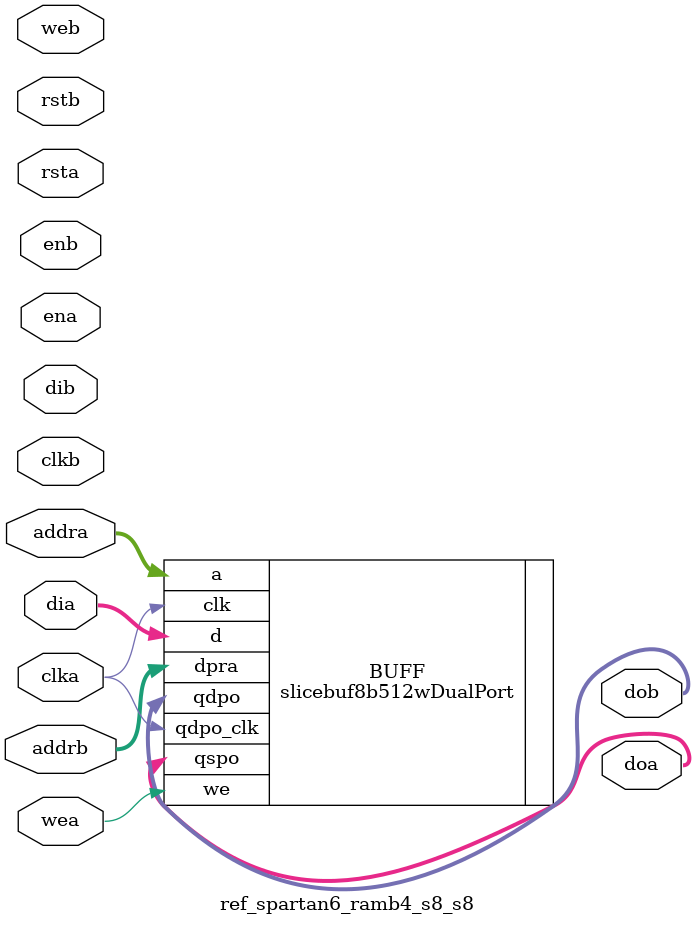
<source format=v>

`include "timescale.v"
// synopsys translate_on
`include "ref_can_defines.v"

module ref_can_fifo
( 
  clk,
  rst,

  wr,
  data_in,
  
  addr,
  data_out,
  fifo_selected,

  reset_mode,
  release_buffer,
  extended_mode,
  overrun,
  info_empty,
  info_cnt

`ifdef CAN_BIST
  ,
  mbist_si_i,
  mbist_so_o,
  mbist_ctrl_i
`endif
);

parameter Tp = 1;

input         clk;
input         rst;
input         wr;
input   [7:0] data_in;
input   [5:0] addr;
input         reset_mode;
input         release_buffer;
input         extended_mode;
input         fifo_selected;

output  [7:0] data_out;
output        overrun;
output        info_empty;
output  [6:0] info_cnt;

`ifdef CAN_BIST
input         mbist_si_i;
output        mbist_so_o;
input [`CAN_MBIST_CTRL_WIDTH - 1:0] mbist_ctrl_i;       // bist chain shift control
wire          mbist_s_0;
`endif

`ifdef ALTERA_RAM
`else
`ifdef ACTEL_APA_RAM
`else
`ifdef XILINX_RAM
`else
`ifdef ARTISAN_RAM
  reg           overrun_info[0:63];
`else
`ifdef VIRTUALSILICON_RAM
  reg           overrun_info[0:63];
`else
  reg     [7:0] fifo [0:63];
  reg     [3:0] length_fifo[0:63];
  reg           overrun_info[0:63];
`endif
`endif
`endif
`endif
`endif

reg     [5:0] rd_pointer;
reg     [5:0] wr_pointer;
reg     [5:0] read_address;
reg     [5:0] wr_info_pointer;
reg     [5:0] rd_info_pointer;
reg           wr_q;
reg     [3:0] len_cnt;
reg     [6:0] fifo_cnt;
reg     [6:0] info_cnt;
reg           latch_overrun;
reg           initialize_memories;

wire    [3:0] length_info;
wire          write_length_info;
wire          fifo_empty;
wire          fifo_full;
wire          info_full;

assign write_length_info = (~wr) & wr_q;

// Delayed write signal
always @ (posedge clk or posedge rst)
begin
  if (rst)
    wr_q <=#Tp 1'b0;
  else if (reset_mode)
    wr_q <=#Tp 1'b0;
  else
    wr_q <=#Tp wr;
end


// length counter
always @ (posedge clk or posedge rst)
begin
  if (rst)
    len_cnt <= 4'h0;
  else if (reset_mode | write_length_info)
    len_cnt <=#Tp 4'h0;
  else if (wr & (~fifo_full))
    len_cnt <=#Tp len_cnt + 1'b1;
end


// wr_info_pointer
always @ (posedge clk or posedge rst)
begin
  if (rst)
    wr_info_pointer <= 6'h0;
  else if (write_length_info & (~info_full) | initialize_memories)
    wr_info_pointer <=#Tp wr_info_pointer + 1'b1;
  else if (reset_mode)
    wr_info_pointer <=#Tp rd_info_pointer;
end



// rd_info_pointer
always @ (posedge clk or posedge rst)
begin
  if (rst)
    rd_info_pointer <= 6'h0;
  else if (release_buffer & (~info_full))
    rd_info_pointer <=#Tp rd_info_pointer + 1'b1;
end


// rd_pointer
always @ (posedge clk or posedge rst)
begin
  if (rst)
    rd_pointer <= 5'h0;
  else if (release_buffer & (~fifo_empty))
    rd_pointer <=#Tp rd_pointer + {2'h0, length_info};
end


// wr_pointer
always @ (posedge clk or posedge rst)
begin
  if (rst)
    wr_pointer <= 5'h0;
  else if (reset_mode)
    wr_pointer <=#Tp rd_pointer;
  else if (wr & (~fifo_full))
    wr_pointer <=#Tp wr_pointer + 1'b1;
end


// latch_overrun
always @ (posedge clk or posedge rst)
begin
  if (rst)
    latch_overrun <= 1'b0;
  else if (reset_mode | write_length_info)
    latch_overrun <=#Tp 1'b0;
  else if (wr & fifo_full)
    latch_overrun <=#Tp 1'b1;
end


// Counting data in fifo
always @ (posedge clk or posedge rst)
begin
  if (rst)
    fifo_cnt <= 7'h0;
  else if (reset_mode)
    fifo_cnt <=#Tp 7'h0;
  else if (wr & (~release_buffer) & (~fifo_full))
    fifo_cnt <=#Tp fifo_cnt + 1'b1;
  else if ((~wr) & release_buffer & (~fifo_empty))
    fifo_cnt <=#Tp fifo_cnt - {3'h0, length_info};
  else if (wr & release_buffer & (~fifo_full) & (~fifo_empty))
    fifo_cnt <=#Tp fifo_cnt - {3'h0, length_info} + 1'b1;
end

assign fifo_full = fifo_cnt == 7'd64;
assign fifo_empty = fifo_cnt == 7'd0;


// Counting data in length_fifo and overrun_info fifo
always @ (posedge clk or posedge rst)
begin
  if (rst)
    info_cnt <=#Tp 7'h0;
  else if (reset_mode)
    info_cnt <=#Tp 7'h0;
  else if (write_length_info ^ release_buffer)
    begin
      if (release_buffer & (~info_empty))
        info_cnt <=#Tp info_cnt - 1'b1;
      else if (write_length_info & (~info_full))
        info_cnt <=#Tp info_cnt + 1'b1;
    end
end
        
assign info_full = info_cnt == 7'd64;
assign info_empty = info_cnt == 7'd0;


// Selecting which address will be used for reading data from rx fifo
always @ (extended_mode or rd_pointer or addr)
begin
  if (extended_mode)      // extended mode
    read_address = rd_pointer + (addr - 6'd16);
  else                    // normal mode
    read_address = rd_pointer + (addr - 6'd20);
end


always @ (posedge clk or posedge rst)
begin
  if (rst)
    initialize_memories <= 1'b1;
  else if (&wr_info_pointer)
    initialize_memories <=#Tp 1'b0;
end


`ifdef ALTERA_RAM
//  altera_ram_64x8_sync fifo
  lpm_ram_dp fifo
  (
    .q         (data_out),
    .rdclock   (clk),
    .wrclock   (clk),
    .data      (data_in),
    .wren      (wr & (~fifo_full)),
    .rden      (fifo_selected),
    .wraddress (wr_pointer),
    .rdaddress (read_address)
  );
  defparam fifo.lpm_width = 8;
  defparam fifo.lpm_widthad = 6;
  defparam fifo.lpm_numwords = 64;


//  altera_ram_64x4_sync info_fifo
  lpm_ram_dp info_fifo
  (
    .q         (length_info),
    .rdclock   (clk),
    .wrclock   (clk),
    .data      (len_cnt & {4{~initialize_memories}}),
    .wren      (write_length_info & (~info_full) | initialize_memories),
    .wraddress (wr_info_pointer),
    .rdaddress (rd_info_pointer)
  );
  defparam info_fifo.lpm_width = 4;
  defparam info_fifo.lpm_widthad = 6;
  defparam info_fifo.lpm_numwords = 64;


//  altera_ram_64x1_sync overrun_fifo
  lpm_ram_dp overrun_fifo
  (
    .q         (overrun),
    .rdclock   (clk),
    .wrclock   (clk),
    .data      ((latch_overrun | (wr & fifo_full)) & (~initialize_memories)),
    .wren      (write_length_info & (~info_full) | initialize_memories),
    .wraddress (wr_info_pointer),
    .rdaddress (rd_info_pointer)
  );
  defparam overrun_fifo.lpm_width = 1;
  defparam overrun_fifo.lpm_widthad = 6;
  defparam overrun_fifo.lpm_numwords = 64;

`else
`ifdef ACTEL_APA_RAM
  actel_ram_64x8_sync fifo
  (
    .DO      (data_out),
    .RCLOCK  (clk),
    .WCLOCK  (clk),
    .DI      (data_in),
    .PO      (),                       // parity not used
    .WRB     (~(wr & (~fifo_full))),
    .RDB     (~fifo_selected),
    .WADDR   (wr_pointer),
    .RADDR   (read_address)
  );


  actel_ram_64x4_sync info_fifo
  (
    .DO      (length_info),
    .RCLOCK  (clk),
    .WCLOCK  (clk),
    .DI      (len_cnt & {4{~initialize_memories}}),
    .PO      (),                       // parity not used
    .WRB     (~(write_length_info & (~info_full) | initialize_memories)),
    .RDB     (1'b0),                   // always enabled
    .WADDR   (wr_info_pointer),
    .RADDR   (rd_info_pointer)
  );


  actel_ram_64x1_sync overrun_fifo
  (
    .DO      (overrun),
    .RCLOCK  (clk),
    .WCLOCK  (clk),
    .DI      ((latch_overrun | (wr & fifo_full)) & (~initialize_memories)),
    .PO      (),                       // parity not used
    .WRB     (~(write_length_info & (~info_full) | initialize_memories)),
    .RDB     (1'b0),                   // always enabled
    .WADDR   (wr_info_pointer),
    .RADDR   (rd_info_pointer)
  );
`else
`ifdef XILINX_RAM

ref_spartan6_ramb4_s8_s8
#(
	.wdth(8)
)
fifo
(
	.doa(),
	.dob(data_out),
	//
	.addra({3'h0, wr_pointer}),
	.addrb({3'h0, read_address}),
	.clka(clk),
	.clkb(clk),
	.dia(data_in),
	.dib(8'h0),
	.ena(1'b1),
	.enb(1'b1),
	.rsta(1'b0),
	.rstb(1'b0),
	.wea(wr & (~fifo_full)),
	.web(1'b0)	
);

//  RAMB4_S8_S8 fifo
//  (
//    .DOA(),
//    .DOB(data_out),
//    .ADDRA({3'h0, wr_pointer}),
//    .CLKA(clk),
//    .DIA(data_in),
//    .ENA(1'b1),
//    .RSTA(1'b0),
//    .WEA(wr & (~fifo_full)),
//    .ADDRB({3'h0, read_address}),
//    .CLKB(clk),
//    .DIB(8'h0),
//    .ENB(1'b1),
//    .RSTB(1'b0),
//    .WEB(1'b0)
//  );

ref_spartan6_ramb4_s8_s8
#(
	.wdth(4)
)
info_fifo
(
	.doa(),
	.dob(length_info),
	//
	.addra({4'h0, wr_info_pointer}),
	.addrb({4'h0, rd_info_pointer}),
	.clka(clk),
	.clkb(clk),
	.dia(len_cnt & {4{~initialize_memories}}),
	.dib(8'h0),
	.ena(1'b1),
	.enb(1'b1),
	.rsta(1'b0),
	.rstb(1'b0),
	.wea(write_length_info & (~info_full) | initialize_memories),
	.web(1'b0)	
);

//
//  RAMB4_S4_S4 info_fifo
//  (
//    .DOA(),
//    .DOB(length_info),
//    .ADDRA({4'h0, wr_info_pointer}),
//    .CLKA(clk),
//    .DIA(len_cnt & {4{~initialize_memories}}),
//    .ENA(1'b1),
//    .RSTA(1'b0),
//    .WEA(write_length_info & (~info_full) | initialize_memories),
//    .ADDRB({4'h0, rd_info_pointer}),
//    .CLKB(clk),
//    .DIB(4'h0),
//    .ENB(1'b1),
//    .RSTB(1'b0),
//    .WEB(1'b0)
//  );


ref_spartan6_ramb4_s8_s8
#(
	.wdth(1)
)
overrun_fifo
(
	.doa(),
	.dob(overrun),
	//
	.addra({6'h0, wr_info_pointer}),
	.addrb({6'h0, rd_info_pointer}),
	.clka(clk),
	.clkb(clk),
	.dia((latch_overrun | (wr & fifo_full)) & (~initialize_memories)),
	.dib(8'h0),
	.ena(1'b1),
	.enb(1'b1),
	.rsta(1'b0),
	.rstb(1'b0),
	.wea(write_length_info & (~info_full) | initialize_memories),
	.web(1'b0)	
);

//  RAMB4_S1_S1 overrun_fifo
//  (
//    .DOA(),
//    .DOB(overrun),
//    .ADDRA({6'h0, wr_info_pointer}),
//    .CLKA(clk),
//    .DIA((latch_overrun | (wr & fifo_full)) & (~initialize_memories)),
//    .ENA(1'b1),
//    .RSTA(1'b0),
//    .WEA(write_length_info & (~info_full) | initialize_memories),
//    .ADDRB({6'h0, rd_info_pointer}),
//    .CLKB(clk),
//    .DIB(1'h0),
//    .ENB(1'b1),
//    .RSTB(1'b0),
//    .WEB(1'b0)
//  );


`else
`ifdef VIRTUALSILICON_RAM

`ifdef CAN_BIST
    vs_hdtp_64x8_bist fifo
`else
    vs_hdtp_64x8 fifo
`endif
    (
        .RCK        (clk),
        .WCK        (clk),
        .RADR       (read_address),
        .WADR       (wr_pointer),
        .DI         (data_in),
        .DOUT       (data_out),
        .REN        (~fifo_selected),
        .WEN        (~(wr & (~fifo_full)))
    `ifdef CAN_BIST
        ,
        // debug chain signals
        .mbist_si_i   (mbist_si_i),
        .mbist_so_o   (mbist_s_0),
        .mbist_ctrl_i   (mbist_ctrl_i)
    `endif
    );

`ifdef CAN_BIST
    vs_hdtp_64x4_bist info_fifo
`else
    vs_hdtp_64x4 info_fifo
`endif
    (
        .RCK        (clk),
        .WCK        (clk),
        .RADR       (rd_info_pointer),
        .WADR       (wr_info_pointer),
        .DI         (len_cnt & {4{~initialize_memories}}),
        .DOUT       (length_info),
        .REN        (1'b0),
        .WEN        (~(write_length_info & (~info_full) | initialize_memories))
    `ifdef CAN_BIST
        ,
        // debug chain signals
        .mbist_si_i   (mbist_s_0),
        .mbist_so_o   (mbist_so_o),
        .mbist_ctrl_i   (mbist_ctrl_i)
    `endif
    );

    // overrun_info
    always @ (posedge clk)
    begin
      if (write_length_info & (~info_full) | initialize_memories)
        overrun_info[wr_info_pointer] <=#Tp (latch_overrun | (wr & fifo_full)) & (~initialize_memories);
    end
    
    
    // reading overrun
    assign overrun = overrun_info[rd_info_pointer];

`else
`ifdef ARTISAN_RAM

`ifdef CAN_BIST
    art_hstp_64x8_bist fifo
    (
        .CLKR       (clk),
        .CLKW       (clk),
        .AR         (read_address),
        .AW         (wr_pointer),
        .D          (data_in),
        .Q          (data_out),
        .REN        (~fifo_selected),
        .WEN        (~(wr & (~fifo_full))),
        .mbist_si_i   (mbist_si_i),
        .mbist_so_o   (mbist_s_0),
        .mbist_ctrl_i   (mbist_ctrl_i)
    );
    art_hstp_64x4_bist info_fifo
    (
        .CLKR       (clk),
        .CLKW       (clk),
        .AR         (rd_info_pointer),
        .AW         (wr_info_pointer),
        .D          (len_cnt & {4{~initialize_memories}}),
        .Q          (length_info),
        .REN        (1'b0),
        .WEN        (~(write_length_info & (~info_full) | initialize_memories)),
        .mbist_si_i   (mbist_s_0),
        .mbist_so_o   (mbist_so_o),
        .mbist_ctrl_i   (mbist_ctrl_i)
    );
`else
    art_hsdp_64x8 fifo
    (
        .CENA       (1'b0),
        .CENB       (1'b0),
        .CLKA       (clk),
        .CLKB       (clk),
        .AA         (read_address),
        .AB         (wr_pointer),
        .DA         (8'h00),
        .DB         (data_in),
        .QA         (data_out),
        .QB         (),
        .OENA       (~fifo_selected),
        .OENB       (1'b1),
        .WENA       (1'b1),
        .WENB       (~(wr & (~fifo_full)))
    );
    art_hsdp_64x4 info_fifo
    (
        .CENA       (1'b0),
        .CENB       (1'b0),
        .CLKA       (clk),
        .CLKB       (clk),
        .AA         (rd_info_pointer),
        .AB         (wr_info_pointer),
        .DA         (4'h0),
        .DB         (len_cnt & {4{~initialize_memories}}),
        .QA         (length_info),
        .QB         (),
        .OENA       (1'b0),
        .OENB       (1'b1),
        .WENA       (1'b1),
        .WENB       (~(write_length_info & (~info_full) | initialize_memories))
    );
`endif

    // overrun_info
    always @ (posedge clk)
    begin
      if (write_length_info & (~info_full) | initialize_memories)
        overrun_info[wr_info_pointer] <=#Tp (latch_overrun | (wr & fifo_full)) & (~initialize_memories);
    end
    
    
    // reading overrun
    assign overrun = overrun_info[rd_info_pointer];

`else
  // writing data to fifo
  always @ (posedge clk)
  begin
    if (wr & (~fifo_full))
      fifo[wr_pointer] <=#Tp data_in;
  end

  // reading from fifo
  assign data_out = fifo[read_address];


  // writing length_fifo
  always @ (posedge clk)
  begin
    if (write_length_info & (~info_full) | initialize_memories)
      length_fifo[wr_info_pointer] <=#Tp len_cnt & {4{~initialize_memories}};
  end


  // reading length_fifo
  assign length_info = length_fifo[rd_info_pointer];

  // overrun_info
  always @ (posedge clk)
  begin
    if (write_length_info & (~info_full) | initialize_memories)
      overrun_info[wr_info_pointer] <=#Tp (latch_overrun | (wr & fifo_full)) & (~initialize_memories);
  end
  
  
  // reading overrun
  assign overrun = overrun_info[rd_info_pointer];


`endif
`endif
`endif
`endif
`endif





endmodule

module ref_spartan6_ramb4_s8_s8
		(
			doa,
			dob,
			//
			addra,
			addrb,
			clka,
			clkb,
			dia,
			dib,
			ena,
			enb,
			rsta,
			rstb,
			wea,
			web

		);
		
		parameter	wdth = 8;
		
			output /*reg*/ [wdth-1:0] doa;
			output /*reg*/ [wdth-1:0] dob;
			//
			input [8:0] addra;
			input [8:0] addrb;
			input clka;
			input clkb;
			input [wdth-1:0] dia;
			input [wdth-1:0] dib;
			input ena;
			input enb;
			input rsta;
			input rstb;
			input wea;
			input web;

//  DIST_MEM_GEN_V7_2 #(
//    .C_ADDR_WIDTH(9),
//    .C_DEFAULT_DATA("0"),
//    .C_DEPTH(512),
//    .C_FAMILY("spartan6"),
//    .C_HAS_CLK(1),
//    .C_HAS_D(1),
//    .C_HAS_DPO(0),
//    .C_HAS_DPRA(1),
//    .C_HAS_I_CE(0),
//    .C_HAS_QDPO(1),
//    .C_HAS_QDPO_CE(0),
//    .C_HAS_QDPO_CLK(1),
//    .C_HAS_QDPO_RST(0),
//    .C_HAS_QDPO_SRST(0),
//    .C_HAS_QSPO(1),
//    .C_HAS_QSPO_CE(0),
//    .C_HAS_QSPO_RST(0),
//    .C_HAS_QSPO_SRST(0),
//    .C_HAS_SPO(0),
//    .C_HAS_SPRA(0),
//    .C_HAS_WE(1),
//    .C_MEM_INIT_FILE("no_coe_file_loaded"),
//    .C_MEM_TYPE(2),
//    .C_PARSER_TYPE(1),
//    .C_PIPELINE_STAGES(0),
//    .C_QCE_JOINED(0),
//    .C_QUALIFY_WE(0),
//    .C_READ_MIF(0),
//    .C_REG_A_D_INPUTS(0),
//    .C_REG_DPRA_INPUT(0),
//    .C_SYNC_ENABLE(1),
//    .C_WIDTH(wdth)
//  )
//  inst (
//    .A(addra),
//    .D(dia),
//    .DPRA(addrb),
//    .CLK(clka),
//    .WE(wea),
//    .QDPO_CLK(clka),
//    .QSPO(doa),
//    .QDPO(dob),
//    .SPRA(),
//    .I_CE(),
//    .QSPO_CE(),
//    .QDPO_CE(),
//    .QSPO_RST(),
//    .QDPO_RST(),
//    .QSPO_SRST(),
//    .QDPO_SRST(),
//    .SPO(),
//    .DPO()
//  );

slicebuf8b512wDualPort
BUFF(
  .a(addra),
  .d(dia),
  .dpra(addrb),
  .clk(clka),
  .we(wea),
  .qdpo_clk(clka),
  .qspo(doa),
  .qdpo(dob)
);

//	reg [wdth-1:0] ram [511:0];
//	integer i;
//
//	
//	always @( posedge clka) 
//	begin
//		for (i=0; i<=511; i=i+1)
//		begin
//			if (ena == 1'b1)
//			begin
//			//read port
//				if (rsta == 1'b1)
//					doa <= 8'h0;
//				else
//					doa <= ram[addra];
//			//write port
//				if (addra == i)
//					if (wea == 1'b1)
//						ram[i] <= dia;
//					else
//						ram[i] <= ram[i];
//				else
//					ram[i] <= ram[i];
//			end
//			else begin
//				doa <= doa;
//				ram[i] <= ram[i];
//			end
//		end
//	end
//				
//	always @( posedge clkb) begin
//		if (enb == 1'b1) begin
//			if (rstb == 1'b1) begin
//				dob <= 8'h0;
//			end
//			else begin
//				dob <= ram[addrb];
//			end
////			for (i=0; i<=511; i=i+1) begin
////				if (addrb == i)
////					if (web == 1'b1)
////						ram[i] <= dib;
////					else
////						ram[i] <= ram[i];
////				else
////					ram[i] <= ram[i];
////			end
//		end
//	end		
		
endmodule

</source>
